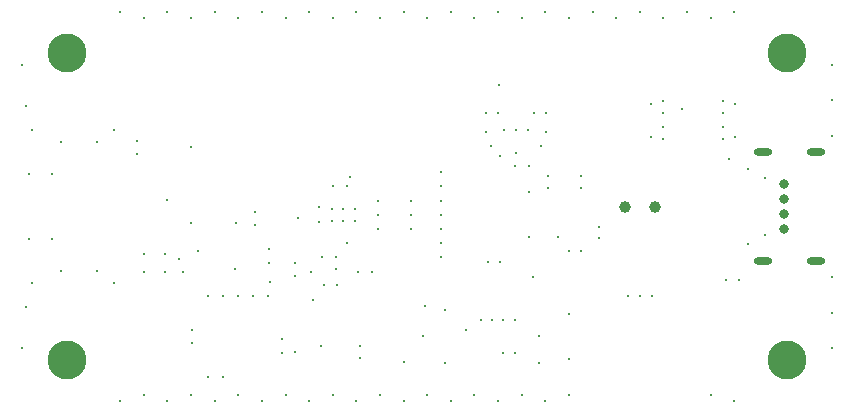
<source format=gbr>
%TF.GenerationSoftware,Altium Limited,Altium Designer,25.2.1 (25)*%
G04 Layer_Color=0*
%FSLAX45Y45*%
%MOMM*%
%TF.SameCoordinates,2968D444-F816-4350-AB46-43E4CE3DDFF8*%
%TF.FilePolarity,Positive*%
%TF.FileFunction,Plated,1,4,PTH,Drill*%
%TF.Part,Single*%
G01*
G75*
%TA.AperFunction,ComponentDrill*%
%ADD106C,0.80000*%
%ADD107O,1.60000X0.60000*%
%ADD108C,1.00000*%
%TA.AperFunction,OtherDrill,Free Pad (30.5mm,13mm)*%
%ADD109C,3.30000*%
%TA.AperFunction,OtherDrill,Free Pad (30.5mm,-13mm)*%
%ADD110C,3.30000*%
%TA.AperFunction,OtherDrill,Free Pad (-30.5mm,-13mm)*%
%ADD111C,3.30000*%
%TA.AperFunction,OtherDrill,Free Pad (-30.5mm,13mm)*%
%ADD112C,3.30000*%
%TA.AperFunction,ViaDrill,NotFilled*%
%ADD113C,0.30000*%
D106*
X3023000Y190500D02*
D03*
Y63500D02*
D03*
Y-190500D02*
D03*
Y-63500D02*
D03*
D107*
X3290000Y461000D02*
D03*
X2840000D02*
D03*
Y-461000D02*
D03*
X3290000D02*
D03*
D108*
X1925000Y-0D02*
D03*
X1675000D02*
D03*
D109*
X3050000Y1300000D02*
D03*
D110*
Y-1300000D02*
D03*
D111*
X-3050000D02*
D03*
D112*
Y1300000D02*
D03*
D113*
X2000000Y672500D02*
D03*
X2605000Y590000D02*
D03*
Y870000D02*
D03*
X-590000Y-555000D02*
D03*
X-470000Y-552500D02*
D03*
X-772500Y-430000D02*
D03*
X-572500Y-1180000D02*
D03*
Y-1280000D02*
D03*
X-3175000Y277000D02*
D03*
X-3375000D02*
D03*
Y-277000D02*
D03*
X-3175000D02*
D03*
X-3430000Y-1200000D02*
D03*
X-3430000Y1200000D02*
D03*
X3430000D02*
D03*
Y900000D02*
D03*
X3430000Y-1200000D02*
D03*
Y-900000D02*
D03*
Y-600000D02*
D03*
Y600000D02*
D03*
X-3350000Y650000D02*
D03*
X-3400000Y850000D02*
D03*
X-3100000Y550000D02*
D03*
X-2800000D02*
D03*
X-2650000Y650000D02*
D03*
Y-650000D02*
D03*
X-2800000Y-550000D02*
D03*
X-3100000D02*
D03*
X-3400000Y-850000D02*
D03*
X-3350000Y-650000D02*
D03*
X-0Y-1600000D02*
D03*
X800000D02*
D03*
X400000D02*
D03*
X-400000D02*
D03*
X-800000D02*
D03*
X-1200000D02*
D03*
X-1600000D02*
D03*
X-2000000D02*
D03*
X-2400000D02*
D03*
X1200000D02*
D03*
X2400000D02*
D03*
X2600000Y-1650000D02*
D03*
X-2200000D02*
D03*
X-1800000D02*
D03*
X-1400001D02*
D03*
X-1000000D02*
D03*
X-600000D02*
D03*
X-200000D02*
D03*
X600000D02*
D03*
X1000000D02*
D03*
X200000D02*
D03*
X-2600000D02*
D03*
X-2600000Y1650000D02*
D03*
X200000D02*
D03*
X1000000D02*
D03*
X600000D02*
D03*
X-200000D02*
D03*
X-600000D02*
D03*
X-1000000D02*
D03*
X-1400000D02*
D03*
X-1800000D02*
D03*
X-2200000D02*
D03*
X1400000D02*
D03*
X1800000D02*
D03*
X2200000D02*
D03*
X2600000D02*
D03*
X2400000Y1600000D02*
D03*
X2000000D02*
D03*
X1600000D02*
D03*
X1200000D02*
D03*
X-2400000D02*
D03*
X-2000000D02*
D03*
X-1600000D02*
D03*
X-1200000D02*
D03*
X-800000D02*
D03*
X-400000D02*
D03*
X400000D02*
D03*
X800000D02*
D03*
X0D02*
D03*
X613000Y-470000D02*
D03*
X513000D02*
D03*
X-650000Y250000D02*
D03*
X-710000Y-20000D02*
D03*
X-810000D02*
D03*
X-610000D02*
D03*
Y-120000D02*
D03*
X-810000D02*
D03*
X-710000D02*
D03*
X-1620000Y-140000D02*
D03*
X-1120000Y-590000D02*
D03*
X-1630000Y-530000D02*
D03*
X-1992499Y-1047500D02*
D03*
X-1992499Y-1152500D02*
D03*
X-1460000Y-45000D02*
D03*
X620000Y430000D02*
D03*
X-1120000Y-1235000D02*
D03*
X-1230000Y-1237500D02*
D03*
X-22500Y-845000D02*
D03*
X-195000Y-1317500D02*
D03*
X152500Y-875000D02*
D03*
X1450000Y-170000D02*
D03*
Y-270000D02*
D03*
X857500Y340000D02*
D03*
X742500D02*
D03*
X905000Y792500D02*
D03*
X495000D02*
D03*
X2155000Y825000D02*
D03*
X1895000Y590000D02*
D03*
X1995000Y570000D02*
D03*
X1895000Y870000D02*
D03*
X1995000Y890000D02*
D03*
X2000000Y787500D02*
D03*
X2500000D02*
D03*
X2505000Y890000D02*
D03*
Y570000D02*
D03*
X2500000Y672500D02*
D03*
X645000Y-960000D02*
D03*
X745001D02*
D03*
X2711600Y320000D02*
D03*
X2856400Y240000D02*
D03*
Y-240000D02*
D03*
X2711600Y-320000D02*
D03*
X745001Y-1240000D02*
D03*
X645000D02*
D03*
X2530000Y-625000D02*
D03*
X2640000Y-625000D02*
D03*
X2555000Y400000D02*
D03*
X540000Y510000D02*
D03*
X960000Y510000D02*
D03*
X650000Y650000D02*
D03*
X850000D02*
D03*
X750000D02*
D03*
X1005000Y635001D02*
D03*
Y792500D02*
D03*
X750000Y450000D02*
D03*
X495000Y635001D02*
D03*
X595000Y792500D02*
D03*
X610000Y1025000D02*
D03*
X858500Y120000D02*
D03*
Y-260000D02*
D03*
X120001Y-70000D02*
D03*
X120000Y170000D02*
D03*
X120000Y50000D02*
D03*
X119999Y289999D02*
D03*
Y-429999D02*
D03*
X120000Y-190000D02*
D03*
X120000Y-310000D02*
D03*
X-140000Y-190000D02*
D03*
X-140000Y50000D02*
D03*
X-140000Y-70000D02*
D03*
X330000Y-1045000D02*
D03*
X1300000Y260000D02*
D03*
Y160000D02*
D03*
X1020000D02*
D03*
Y260000D02*
D03*
X1300000Y-378500D02*
D03*
X1200000D02*
D03*
X1105000Y-260000D02*
D03*
X1700000Y-761500D02*
D03*
X1900000D02*
D03*
X1800000D02*
D03*
X895000Y-600000D02*
D03*
X455001Y-960000D02*
D03*
X550000D02*
D03*
X-1335000Y-640000D02*
D03*
X-920000Y-5000D02*
D03*
Y-135000D02*
D03*
X-797500Y170000D02*
D03*
X-682500D02*
D03*
Y-310000D02*
D03*
X-420000Y-70000D02*
D03*
X-419999Y50000D02*
D03*
X-420000Y-190000D02*
D03*
X-2460000Y442500D02*
D03*
X1200001Y-912500D02*
D03*
X945001Y-1100000D02*
D03*
X1200001Y-1287500D02*
D03*
X-32500Y-1100000D02*
D03*
X-1230000Y-1122500D02*
D03*
X947501Y-1325000D02*
D03*
X152500D02*
D03*
X-900000Y-1182500D02*
D03*
X-2000000Y-140000D02*
D03*
Y500000D02*
D03*
X-1340000Y-362500D02*
D03*
X-1854000Y-760000D02*
D03*
X-1726999D02*
D03*
X-1600000D02*
D03*
X-1473000D02*
D03*
X-1346000D02*
D03*
X-1726999Y-1440000D02*
D03*
X-1854000D02*
D03*
X-2460000Y557500D02*
D03*
X-2200000Y57500D02*
D03*
X-772500Y-530000D02*
D03*
X-760000Y-664999D02*
D03*
X-870000D02*
D03*
X-965000Y-795000D02*
D03*
X-980000Y-555000D02*
D03*
X-1460000Y-155000D02*
D03*
X-1092500Y-100000D02*
D03*
X-887500Y-430000D02*
D03*
X-1120000Y-477500D02*
D03*
X-1340000D02*
D03*
X-1940000Y-380000D02*
D03*
X-2070000Y-557500D02*
D03*
X-2400000Y-400000D02*
D03*
X-2100000Y-442500D02*
D03*
X-2400000Y-557500D02*
D03*
X-2220000Y-557500D02*
D03*
Y-400000D02*
D03*
%TF.MD5,a79240da7dc3458918f0360688d58959*%
M02*

</source>
